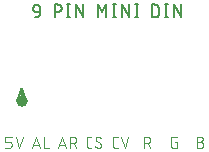
<source format=gbr>
G04 EAGLE Gerber RS-274X export*
G75*
%MOMM*%
%FSLAX34Y34*%
%LPD*%
%INSilkscreen Top*%
%IPPOS*%
%AMOC8*
5,1,8,0,0,1.08239X$1,22.5*%
G01*
%ADD10C,0.076200*%
%ADD11C,0.177800*%
%ADD12C,1.000000*%
%ADD13C,0.206400*%
%ADD14C,0.200000*%


D10*
X8806Y34131D02*
X11939Y34131D01*
X12028Y34133D01*
X12116Y34139D01*
X12204Y34148D01*
X12292Y34161D01*
X12379Y34178D01*
X12465Y34198D01*
X12550Y34223D01*
X12635Y34250D01*
X12718Y34282D01*
X12799Y34316D01*
X12879Y34355D01*
X12957Y34396D01*
X13034Y34441D01*
X13108Y34489D01*
X13181Y34540D01*
X13251Y34594D01*
X13318Y34652D01*
X13384Y34712D01*
X13446Y34774D01*
X13506Y34840D01*
X13564Y34907D01*
X13618Y34977D01*
X13669Y35050D01*
X13717Y35124D01*
X13762Y35201D01*
X13803Y35279D01*
X13842Y35359D01*
X13876Y35440D01*
X13908Y35523D01*
X13935Y35608D01*
X13960Y35693D01*
X13980Y35779D01*
X13997Y35866D01*
X14010Y35954D01*
X14019Y36042D01*
X14025Y36130D01*
X14027Y36219D01*
X14028Y36219D02*
X14028Y37264D01*
X14027Y37264D02*
X14025Y37353D01*
X14019Y37441D01*
X14010Y37529D01*
X13997Y37617D01*
X13980Y37704D01*
X13960Y37790D01*
X13935Y37875D01*
X13908Y37960D01*
X13876Y38043D01*
X13842Y38124D01*
X13803Y38204D01*
X13762Y38282D01*
X13717Y38359D01*
X13669Y38433D01*
X13618Y38506D01*
X13564Y38576D01*
X13506Y38643D01*
X13446Y38709D01*
X13384Y38771D01*
X13318Y38831D01*
X13251Y38889D01*
X13181Y38943D01*
X13108Y38994D01*
X13034Y39042D01*
X12957Y39087D01*
X12879Y39128D01*
X12799Y39167D01*
X12718Y39201D01*
X12635Y39233D01*
X12550Y39260D01*
X12465Y39285D01*
X12379Y39305D01*
X12292Y39322D01*
X12204Y39335D01*
X12116Y39344D01*
X12028Y39350D01*
X11939Y39352D01*
X8806Y39352D01*
X8806Y43529D01*
X14028Y43529D01*
X17428Y43529D02*
X20561Y34131D01*
X23694Y43529D01*
X34800Y43529D02*
X31667Y34131D01*
X37933Y34131D02*
X34800Y43529D01*
X37150Y36481D02*
X32451Y36481D01*
X41656Y34131D02*
X41656Y43529D01*
X41656Y34131D02*
X45833Y34131D01*
X79557Y34131D02*
X81646Y34131D01*
X79557Y34131D02*
X79468Y34133D01*
X79380Y34139D01*
X79292Y34148D01*
X79204Y34161D01*
X79117Y34178D01*
X79031Y34198D01*
X78946Y34223D01*
X78861Y34250D01*
X78778Y34282D01*
X78697Y34316D01*
X78617Y34355D01*
X78539Y34396D01*
X78462Y34441D01*
X78388Y34489D01*
X78315Y34540D01*
X78245Y34594D01*
X78178Y34652D01*
X78112Y34712D01*
X78050Y34774D01*
X77990Y34840D01*
X77932Y34907D01*
X77878Y34977D01*
X77827Y35050D01*
X77779Y35124D01*
X77734Y35201D01*
X77693Y35279D01*
X77654Y35359D01*
X77620Y35440D01*
X77588Y35523D01*
X77561Y35608D01*
X77536Y35693D01*
X77516Y35779D01*
X77499Y35866D01*
X77486Y35954D01*
X77477Y36042D01*
X77471Y36130D01*
X77469Y36219D01*
X77469Y41441D01*
X77470Y41441D02*
X77472Y41532D01*
X77478Y41623D01*
X77488Y41714D01*
X77502Y41804D01*
X77519Y41893D01*
X77541Y41981D01*
X77567Y42069D01*
X77596Y42155D01*
X77629Y42240D01*
X77666Y42323D01*
X77706Y42405D01*
X77750Y42485D01*
X77797Y42563D01*
X77848Y42639D01*
X77901Y42712D01*
X77958Y42783D01*
X78019Y42852D01*
X78082Y42917D01*
X78147Y42980D01*
X78216Y43040D01*
X78287Y43098D01*
X78360Y43151D01*
X78436Y43202D01*
X78514Y43249D01*
X78594Y43293D01*
X78676Y43333D01*
X78759Y43370D01*
X78844Y43403D01*
X78930Y43432D01*
X79018Y43458D01*
X79106Y43480D01*
X79195Y43497D01*
X79285Y43511D01*
X79376Y43521D01*
X79467Y43527D01*
X79558Y43529D01*
X79557Y43529D02*
X81646Y43529D01*
X90031Y36219D02*
X90029Y36130D01*
X90023Y36042D01*
X90014Y35954D01*
X90001Y35866D01*
X89984Y35779D01*
X89964Y35693D01*
X89939Y35608D01*
X89912Y35523D01*
X89880Y35440D01*
X89846Y35359D01*
X89807Y35279D01*
X89766Y35201D01*
X89721Y35124D01*
X89673Y35050D01*
X89622Y34977D01*
X89568Y34907D01*
X89510Y34840D01*
X89450Y34774D01*
X89388Y34712D01*
X89322Y34652D01*
X89255Y34594D01*
X89185Y34540D01*
X89112Y34489D01*
X89038Y34441D01*
X88961Y34396D01*
X88883Y34355D01*
X88803Y34316D01*
X88722Y34282D01*
X88639Y34250D01*
X88554Y34223D01*
X88469Y34198D01*
X88383Y34178D01*
X88296Y34161D01*
X88208Y34148D01*
X88120Y34139D01*
X88032Y34133D01*
X87943Y34131D01*
X87814Y34133D01*
X87685Y34139D01*
X87556Y34148D01*
X87428Y34161D01*
X87300Y34178D01*
X87173Y34199D01*
X87046Y34223D01*
X86920Y34251D01*
X86795Y34283D01*
X86671Y34318D01*
X86548Y34357D01*
X86426Y34400D01*
X86306Y34446D01*
X86187Y34496D01*
X86069Y34549D01*
X85953Y34605D01*
X85839Y34665D01*
X85726Y34728D01*
X85616Y34795D01*
X85507Y34864D01*
X85401Y34937D01*
X85296Y35013D01*
X85194Y35092D01*
X85095Y35174D01*
X84997Y35258D01*
X84902Y35346D01*
X84810Y35436D01*
X85071Y41441D02*
X85073Y41530D01*
X85079Y41618D01*
X85088Y41706D01*
X85101Y41794D01*
X85118Y41881D01*
X85138Y41967D01*
X85163Y42052D01*
X85190Y42137D01*
X85222Y42220D01*
X85256Y42301D01*
X85295Y42381D01*
X85336Y42459D01*
X85381Y42536D01*
X85429Y42610D01*
X85480Y42683D01*
X85534Y42753D01*
X85592Y42820D01*
X85652Y42886D01*
X85714Y42948D01*
X85780Y43008D01*
X85847Y43066D01*
X85917Y43120D01*
X85990Y43171D01*
X86064Y43219D01*
X86141Y43264D01*
X86219Y43305D01*
X86299Y43344D01*
X86380Y43378D01*
X86463Y43410D01*
X86548Y43437D01*
X86633Y43462D01*
X86719Y43482D01*
X86806Y43499D01*
X86894Y43512D01*
X86982Y43521D01*
X87070Y43527D01*
X87159Y43529D01*
X87279Y43527D01*
X87399Y43522D01*
X87519Y43512D01*
X87638Y43500D01*
X87757Y43483D01*
X87875Y43463D01*
X87993Y43439D01*
X88109Y43412D01*
X88225Y43381D01*
X88340Y43347D01*
X88454Y43309D01*
X88567Y43267D01*
X88678Y43222D01*
X88788Y43174D01*
X88896Y43123D01*
X89003Y43068D01*
X89108Y43010D01*
X89211Y42948D01*
X89312Y42884D01*
X89412Y42816D01*
X89509Y42746D01*
X86115Y39614D02*
X86037Y39662D01*
X85961Y39714D01*
X85888Y39768D01*
X85817Y39826D01*
X85748Y39887D01*
X85682Y39951D01*
X85619Y40018D01*
X85559Y40087D01*
X85502Y40159D01*
X85448Y40233D01*
X85398Y40310D01*
X85350Y40389D01*
X85307Y40469D01*
X85266Y40552D01*
X85230Y40636D01*
X85197Y40721D01*
X85168Y40808D01*
X85142Y40897D01*
X85120Y40986D01*
X85103Y41076D01*
X85089Y41166D01*
X85079Y41258D01*
X85073Y41349D01*
X85071Y41441D01*
X88987Y38046D02*
X89065Y37998D01*
X89141Y37946D01*
X89214Y37892D01*
X89285Y37834D01*
X89354Y37773D01*
X89420Y37709D01*
X89483Y37642D01*
X89543Y37573D01*
X89600Y37501D01*
X89654Y37427D01*
X89704Y37350D01*
X89752Y37271D01*
X89795Y37191D01*
X89836Y37108D01*
X89872Y37024D01*
X89905Y36939D01*
X89934Y36852D01*
X89960Y36763D01*
X89982Y36674D01*
X89999Y36584D01*
X90013Y36494D01*
X90023Y36402D01*
X90029Y36311D01*
X90031Y36219D01*
X88987Y38047D02*
X86115Y39613D01*
X101644Y34131D02*
X103732Y34131D01*
X101644Y34131D02*
X101555Y34133D01*
X101467Y34139D01*
X101379Y34148D01*
X101291Y34161D01*
X101204Y34178D01*
X101118Y34198D01*
X101033Y34223D01*
X100948Y34250D01*
X100865Y34282D01*
X100784Y34316D01*
X100704Y34355D01*
X100626Y34396D01*
X100549Y34441D01*
X100475Y34489D01*
X100402Y34540D01*
X100332Y34594D01*
X100265Y34652D01*
X100199Y34712D01*
X100137Y34774D01*
X100077Y34840D01*
X100019Y34907D01*
X99965Y34977D01*
X99914Y35050D01*
X99866Y35124D01*
X99821Y35201D01*
X99780Y35279D01*
X99741Y35359D01*
X99707Y35440D01*
X99675Y35523D01*
X99648Y35608D01*
X99623Y35693D01*
X99603Y35779D01*
X99586Y35866D01*
X99573Y35954D01*
X99564Y36042D01*
X99558Y36130D01*
X99556Y36219D01*
X99556Y41441D01*
X99558Y41532D01*
X99564Y41623D01*
X99574Y41714D01*
X99588Y41804D01*
X99605Y41893D01*
X99627Y41981D01*
X99653Y42069D01*
X99682Y42155D01*
X99715Y42240D01*
X99752Y42323D01*
X99792Y42405D01*
X99836Y42485D01*
X99883Y42563D01*
X99934Y42639D01*
X99987Y42712D01*
X100044Y42783D01*
X100105Y42852D01*
X100168Y42917D01*
X100233Y42980D01*
X100302Y43040D01*
X100373Y43098D01*
X100446Y43151D01*
X100522Y43202D01*
X100600Y43249D01*
X100680Y43293D01*
X100762Y43333D01*
X100845Y43370D01*
X100930Y43403D01*
X101016Y43432D01*
X101104Y43458D01*
X101192Y43480D01*
X101281Y43497D01*
X101371Y43511D01*
X101462Y43521D01*
X101553Y43527D01*
X101644Y43529D01*
X103732Y43529D01*
X106679Y43529D02*
X109812Y34131D01*
X112944Y43529D01*
X126139Y43529D02*
X126139Y34131D01*
X126139Y43529D02*
X128750Y43529D01*
X128851Y43527D01*
X128952Y43521D01*
X129053Y43511D01*
X129153Y43498D01*
X129253Y43480D01*
X129352Y43459D01*
X129450Y43433D01*
X129547Y43404D01*
X129643Y43372D01*
X129737Y43335D01*
X129830Y43295D01*
X129922Y43251D01*
X130011Y43204D01*
X130099Y43153D01*
X130185Y43099D01*
X130268Y43042D01*
X130350Y42982D01*
X130428Y42918D01*
X130505Y42852D01*
X130578Y42782D01*
X130649Y42710D01*
X130717Y42635D01*
X130782Y42557D01*
X130844Y42477D01*
X130903Y42395D01*
X130959Y42310D01*
X131011Y42223D01*
X131060Y42135D01*
X131106Y42044D01*
X131147Y41952D01*
X131186Y41858D01*
X131220Y41763D01*
X131251Y41667D01*
X131278Y41569D01*
X131302Y41471D01*
X131321Y41371D01*
X131337Y41271D01*
X131349Y41171D01*
X131357Y41070D01*
X131361Y40969D01*
X131361Y40867D01*
X131357Y40766D01*
X131349Y40665D01*
X131337Y40565D01*
X131321Y40465D01*
X131302Y40365D01*
X131278Y40267D01*
X131251Y40169D01*
X131220Y40073D01*
X131186Y39978D01*
X131147Y39884D01*
X131106Y39792D01*
X131060Y39701D01*
X131011Y39612D01*
X130959Y39526D01*
X130903Y39441D01*
X130844Y39359D01*
X130782Y39279D01*
X130717Y39201D01*
X130649Y39126D01*
X130578Y39054D01*
X130505Y38984D01*
X130428Y38918D01*
X130350Y38854D01*
X130268Y38794D01*
X130185Y38737D01*
X130099Y38683D01*
X130011Y38632D01*
X129922Y38585D01*
X129830Y38541D01*
X129737Y38501D01*
X129643Y38464D01*
X129547Y38432D01*
X129450Y38403D01*
X129352Y38377D01*
X129253Y38356D01*
X129153Y38338D01*
X129053Y38325D01*
X128952Y38315D01*
X128851Y38309D01*
X128750Y38307D01*
X128750Y38308D02*
X126139Y38308D01*
X129272Y38308D02*
X131361Y34131D01*
X152294Y39352D02*
X153861Y39352D01*
X153861Y34131D01*
X150728Y34131D01*
X150639Y34133D01*
X150551Y34139D01*
X150463Y34148D01*
X150375Y34161D01*
X150288Y34178D01*
X150202Y34198D01*
X150117Y34223D01*
X150032Y34250D01*
X149949Y34282D01*
X149868Y34316D01*
X149788Y34355D01*
X149710Y34396D01*
X149633Y34441D01*
X149559Y34489D01*
X149486Y34540D01*
X149416Y34594D01*
X149349Y34652D01*
X149283Y34712D01*
X149221Y34774D01*
X149161Y34840D01*
X149103Y34907D01*
X149049Y34977D01*
X148998Y35050D01*
X148950Y35124D01*
X148905Y35201D01*
X148864Y35279D01*
X148825Y35359D01*
X148791Y35440D01*
X148759Y35523D01*
X148732Y35608D01*
X148707Y35693D01*
X148687Y35779D01*
X148670Y35866D01*
X148657Y35954D01*
X148648Y36042D01*
X148642Y36130D01*
X148640Y36219D01*
X148639Y36219D02*
X148639Y41441D01*
X148640Y41441D02*
X148642Y41532D01*
X148648Y41623D01*
X148658Y41714D01*
X148672Y41804D01*
X148689Y41893D01*
X148711Y41981D01*
X148737Y42069D01*
X148766Y42155D01*
X148799Y42240D01*
X148836Y42323D01*
X148876Y42405D01*
X148920Y42485D01*
X148967Y42563D01*
X149018Y42639D01*
X149071Y42712D01*
X149128Y42783D01*
X149189Y42852D01*
X149252Y42917D01*
X149317Y42980D01*
X149386Y43040D01*
X149457Y43098D01*
X149530Y43151D01*
X149606Y43202D01*
X149684Y43249D01*
X149764Y43293D01*
X149846Y43333D01*
X149929Y43370D01*
X150014Y43403D01*
X150100Y43432D01*
X150188Y43458D01*
X150276Y43480D01*
X150365Y43497D01*
X150455Y43511D01*
X150546Y43521D01*
X150637Y43527D01*
X150728Y43529D01*
X153861Y43529D01*
X171139Y39352D02*
X173750Y39352D01*
X173750Y39353D02*
X173851Y39351D01*
X173952Y39345D01*
X174053Y39335D01*
X174153Y39322D01*
X174253Y39304D01*
X174352Y39283D01*
X174450Y39257D01*
X174547Y39228D01*
X174643Y39196D01*
X174737Y39159D01*
X174830Y39119D01*
X174922Y39075D01*
X175011Y39028D01*
X175099Y38977D01*
X175185Y38923D01*
X175268Y38866D01*
X175350Y38806D01*
X175428Y38742D01*
X175505Y38676D01*
X175578Y38606D01*
X175649Y38534D01*
X175717Y38459D01*
X175782Y38381D01*
X175844Y38301D01*
X175903Y38219D01*
X175959Y38134D01*
X176011Y38047D01*
X176060Y37959D01*
X176106Y37868D01*
X176147Y37776D01*
X176186Y37682D01*
X176220Y37587D01*
X176251Y37491D01*
X176278Y37393D01*
X176302Y37295D01*
X176321Y37195D01*
X176337Y37095D01*
X176349Y36995D01*
X176357Y36894D01*
X176361Y36793D01*
X176361Y36691D01*
X176357Y36590D01*
X176349Y36489D01*
X176337Y36389D01*
X176321Y36289D01*
X176302Y36189D01*
X176278Y36091D01*
X176251Y35993D01*
X176220Y35897D01*
X176186Y35802D01*
X176147Y35708D01*
X176106Y35616D01*
X176060Y35525D01*
X176011Y35436D01*
X175959Y35350D01*
X175903Y35265D01*
X175844Y35183D01*
X175782Y35103D01*
X175717Y35025D01*
X175649Y34950D01*
X175578Y34878D01*
X175505Y34808D01*
X175428Y34742D01*
X175350Y34678D01*
X175268Y34618D01*
X175185Y34561D01*
X175099Y34507D01*
X175011Y34456D01*
X174922Y34409D01*
X174830Y34365D01*
X174737Y34325D01*
X174643Y34288D01*
X174547Y34256D01*
X174450Y34227D01*
X174352Y34201D01*
X174253Y34180D01*
X174153Y34162D01*
X174053Y34149D01*
X173952Y34139D01*
X173851Y34133D01*
X173750Y34131D01*
X171139Y34131D01*
X171139Y43529D01*
X173750Y43529D01*
X173840Y43527D01*
X173929Y43521D01*
X174019Y43512D01*
X174108Y43498D01*
X174196Y43481D01*
X174283Y43460D01*
X174370Y43435D01*
X174455Y43406D01*
X174539Y43374D01*
X174621Y43339D01*
X174702Y43299D01*
X174781Y43257D01*
X174858Y43211D01*
X174933Y43161D01*
X175006Y43109D01*
X175077Y43053D01*
X175145Y42995D01*
X175210Y42933D01*
X175273Y42869D01*
X175333Y42802D01*
X175390Y42733D01*
X175444Y42661D01*
X175495Y42587D01*
X175543Y42511D01*
X175587Y42433D01*
X175628Y42353D01*
X175666Y42271D01*
X175700Y42188D01*
X175730Y42103D01*
X175757Y42017D01*
X175780Y41931D01*
X175799Y41843D01*
X175814Y41754D01*
X175826Y41665D01*
X175834Y41576D01*
X175838Y41486D01*
X175838Y41396D01*
X175834Y41306D01*
X175826Y41217D01*
X175814Y41128D01*
X175799Y41039D01*
X175780Y40951D01*
X175757Y40865D01*
X175730Y40779D01*
X175700Y40694D01*
X175666Y40611D01*
X175628Y40529D01*
X175587Y40449D01*
X175543Y40371D01*
X175495Y40295D01*
X175444Y40221D01*
X175390Y40149D01*
X175333Y40080D01*
X175273Y40013D01*
X175210Y39949D01*
X175145Y39887D01*
X175077Y39829D01*
X175006Y39773D01*
X174933Y39721D01*
X174858Y39671D01*
X174781Y39625D01*
X174702Y39583D01*
X174621Y39543D01*
X174539Y39508D01*
X174455Y39476D01*
X174370Y39447D01*
X174283Y39422D01*
X174196Y39401D01*
X174108Y39384D01*
X174019Y39370D01*
X173929Y39361D01*
X173840Y39355D01*
X173750Y39353D01*
D11*
X38408Y149493D02*
X34767Y149493D01*
X34669Y149495D01*
X34572Y149501D01*
X34474Y149511D01*
X34378Y149524D01*
X34282Y149542D01*
X34186Y149564D01*
X34092Y149589D01*
X33998Y149618D01*
X33906Y149651D01*
X33816Y149687D01*
X33727Y149727D01*
X33639Y149771D01*
X33553Y149818D01*
X33470Y149869D01*
X33388Y149923D01*
X33309Y149980D01*
X33232Y150040D01*
X33158Y150103D01*
X33086Y150170D01*
X33017Y150239D01*
X32950Y150311D01*
X32887Y150385D01*
X32827Y150462D01*
X32770Y150541D01*
X32716Y150623D01*
X32665Y150707D01*
X32618Y150792D01*
X32574Y150880D01*
X32534Y150969D01*
X32498Y151059D01*
X32465Y151151D01*
X32436Y151245D01*
X32411Y151339D01*
X32389Y151435D01*
X32371Y151531D01*
X32358Y151627D01*
X32348Y151725D01*
X32342Y151822D01*
X32340Y151920D01*
X32340Y152527D01*
X32342Y152635D01*
X32348Y152743D01*
X32357Y152851D01*
X32371Y152959D01*
X32388Y153066D01*
X32409Y153172D01*
X32434Y153277D01*
X32463Y153382D01*
X32495Y153485D01*
X32531Y153587D01*
X32571Y153688D01*
X32614Y153787D01*
X32661Y153885D01*
X32711Y153981D01*
X32765Y154075D01*
X32822Y154167D01*
X32882Y154257D01*
X32945Y154345D01*
X33012Y154431D01*
X33081Y154514D01*
X33153Y154594D01*
X33229Y154672D01*
X33307Y154748D01*
X33387Y154820D01*
X33470Y154889D01*
X33556Y154956D01*
X33644Y155019D01*
X33734Y155079D01*
X33826Y155136D01*
X33920Y155190D01*
X34016Y155240D01*
X34114Y155287D01*
X34213Y155330D01*
X34314Y155370D01*
X34416Y155406D01*
X34519Y155438D01*
X34624Y155467D01*
X34729Y155492D01*
X34835Y155513D01*
X34942Y155530D01*
X35050Y155544D01*
X35158Y155553D01*
X35266Y155559D01*
X35374Y155561D01*
X35482Y155559D01*
X35590Y155553D01*
X35698Y155544D01*
X35806Y155530D01*
X35913Y155513D01*
X36019Y155492D01*
X36124Y155467D01*
X36229Y155438D01*
X36332Y155406D01*
X36434Y155370D01*
X36535Y155330D01*
X36634Y155287D01*
X36732Y155240D01*
X36828Y155190D01*
X36922Y155136D01*
X37014Y155079D01*
X37104Y155019D01*
X37192Y154956D01*
X37278Y154889D01*
X37361Y154820D01*
X37441Y154748D01*
X37519Y154672D01*
X37595Y154594D01*
X37667Y154514D01*
X37736Y154431D01*
X37803Y154345D01*
X37866Y154257D01*
X37926Y154167D01*
X37983Y154075D01*
X38037Y153981D01*
X38087Y153885D01*
X38134Y153787D01*
X38177Y153688D01*
X38217Y153587D01*
X38253Y153485D01*
X38285Y153382D01*
X38314Y153277D01*
X38339Y153172D01*
X38360Y153066D01*
X38377Y152959D01*
X38391Y152851D01*
X38400Y152743D01*
X38406Y152635D01*
X38408Y152527D01*
X38408Y149493D01*
X38407Y149493D02*
X38405Y149354D01*
X38399Y149216D01*
X38389Y149078D01*
X38375Y148940D01*
X38358Y148802D01*
X38336Y148665D01*
X38310Y148529D01*
X38281Y148394D01*
X38248Y148259D01*
X38210Y148125D01*
X38169Y147993D01*
X38125Y147862D01*
X38076Y147732D01*
X38024Y147603D01*
X37968Y147477D01*
X37909Y147351D01*
X37846Y147228D01*
X37780Y147106D01*
X37710Y146986D01*
X37636Y146869D01*
X37560Y146753D01*
X37480Y146640D01*
X37397Y146529D01*
X37311Y146420D01*
X37221Y146314D01*
X37129Y146211D01*
X37034Y146110D01*
X36936Y146012D01*
X36835Y145917D01*
X36732Y145825D01*
X36626Y145735D01*
X36517Y145649D01*
X36406Y145566D01*
X36293Y145486D01*
X36177Y145410D01*
X36060Y145336D01*
X35940Y145266D01*
X35818Y145200D01*
X35695Y145137D01*
X35569Y145078D01*
X35443Y145022D01*
X35314Y144970D01*
X35184Y144921D01*
X35053Y144877D01*
X34921Y144836D01*
X34787Y144798D01*
X34652Y144765D01*
X34517Y144736D01*
X34381Y144710D01*
X34244Y144688D01*
X34106Y144671D01*
X33968Y144657D01*
X33830Y144647D01*
X33692Y144641D01*
X33553Y144639D01*
X50480Y144639D02*
X50480Y155561D01*
X53513Y155561D01*
X53621Y155559D01*
X53729Y155553D01*
X53837Y155544D01*
X53945Y155530D01*
X54052Y155513D01*
X54158Y155492D01*
X54263Y155467D01*
X54368Y155438D01*
X54471Y155406D01*
X54573Y155370D01*
X54674Y155330D01*
X54773Y155287D01*
X54871Y155240D01*
X54967Y155190D01*
X55061Y155136D01*
X55153Y155079D01*
X55243Y155019D01*
X55331Y154956D01*
X55417Y154889D01*
X55500Y154820D01*
X55580Y154748D01*
X55658Y154672D01*
X55734Y154594D01*
X55806Y154514D01*
X55875Y154431D01*
X55942Y154345D01*
X56005Y154257D01*
X56065Y154167D01*
X56122Y154075D01*
X56176Y153981D01*
X56226Y153885D01*
X56273Y153787D01*
X56316Y153688D01*
X56356Y153587D01*
X56392Y153485D01*
X56424Y153382D01*
X56453Y153277D01*
X56478Y153172D01*
X56499Y153066D01*
X56516Y152959D01*
X56530Y152851D01*
X56539Y152743D01*
X56545Y152635D01*
X56547Y152527D01*
X56545Y152419D01*
X56539Y152311D01*
X56530Y152203D01*
X56516Y152095D01*
X56499Y151988D01*
X56478Y151882D01*
X56453Y151777D01*
X56424Y151672D01*
X56392Y151569D01*
X56356Y151467D01*
X56316Y151366D01*
X56273Y151267D01*
X56226Y151169D01*
X56176Y151073D01*
X56122Y150979D01*
X56065Y150887D01*
X56005Y150797D01*
X55942Y150709D01*
X55875Y150623D01*
X55806Y150540D01*
X55734Y150460D01*
X55658Y150382D01*
X55580Y150306D01*
X55500Y150234D01*
X55417Y150165D01*
X55331Y150098D01*
X55243Y150035D01*
X55153Y149975D01*
X55061Y149918D01*
X54967Y149864D01*
X54871Y149814D01*
X54773Y149767D01*
X54674Y149724D01*
X54573Y149684D01*
X54471Y149648D01*
X54368Y149616D01*
X54263Y149587D01*
X54158Y149562D01*
X54052Y149541D01*
X53945Y149524D01*
X53837Y149510D01*
X53729Y149501D01*
X53621Y149495D01*
X53513Y149493D01*
X50480Y149493D01*
X62044Y144639D02*
X62044Y155561D01*
X60830Y144639D02*
X63257Y144639D01*
X63257Y155561D02*
X60830Y155561D01*
X68535Y155561D02*
X68535Y144639D01*
X74602Y144639D02*
X68535Y155561D01*
X74602Y155561D02*
X74602Y144639D01*
X86978Y144639D02*
X86978Y155561D01*
X90619Y149493D01*
X94259Y155561D01*
X94259Y144639D01*
X100905Y144639D02*
X100905Y155561D01*
X99692Y144639D02*
X102119Y144639D01*
X102119Y155561D02*
X99692Y155561D01*
X107397Y155561D02*
X107397Y144639D01*
X113464Y144639D02*
X107397Y155561D01*
X113464Y155561D02*
X113464Y144639D01*
X119955Y144639D02*
X119955Y155561D01*
X118742Y144639D02*
X121169Y144639D01*
X121169Y155561D02*
X118742Y155561D01*
X132543Y155561D02*
X132543Y144639D01*
X132543Y155561D02*
X135576Y155561D01*
X135684Y155559D01*
X135792Y155553D01*
X135900Y155544D01*
X136008Y155530D01*
X136115Y155513D01*
X136221Y155492D01*
X136326Y155467D01*
X136431Y155438D01*
X136534Y155406D01*
X136636Y155370D01*
X136737Y155330D01*
X136836Y155287D01*
X136934Y155240D01*
X137030Y155190D01*
X137124Y155136D01*
X137216Y155079D01*
X137306Y155019D01*
X137394Y154956D01*
X137480Y154889D01*
X137563Y154820D01*
X137643Y154748D01*
X137721Y154672D01*
X137797Y154594D01*
X137869Y154514D01*
X137938Y154431D01*
X138005Y154345D01*
X138068Y154257D01*
X138128Y154167D01*
X138185Y154075D01*
X138239Y153981D01*
X138289Y153885D01*
X138336Y153787D01*
X138379Y153688D01*
X138419Y153587D01*
X138455Y153485D01*
X138487Y153382D01*
X138516Y153277D01*
X138541Y153172D01*
X138562Y153066D01*
X138579Y152959D01*
X138593Y152851D01*
X138602Y152743D01*
X138608Y152635D01*
X138610Y152527D01*
X138610Y147673D01*
X138608Y147565D01*
X138602Y147457D01*
X138593Y147349D01*
X138579Y147241D01*
X138562Y147134D01*
X138541Y147028D01*
X138516Y146923D01*
X138487Y146818D01*
X138455Y146715D01*
X138419Y146613D01*
X138379Y146512D01*
X138336Y146413D01*
X138289Y146315D01*
X138239Y146219D01*
X138185Y146125D01*
X138128Y146033D01*
X138068Y145943D01*
X138005Y145855D01*
X137938Y145769D01*
X137869Y145686D01*
X137797Y145606D01*
X137721Y145528D01*
X137643Y145452D01*
X137563Y145380D01*
X137480Y145311D01*
X137394Y145244D01*
X137306Y145181D01*
X137216Y145121D01*
X137124Y145064D01*
X137030Y145010D01*
X136934Y144960D01*
X136836Y144913D01*
X136737Y144870D01*
X136636Y144830D01*
X136534Y144794D01*
X136431Y144762D01*
X136326Y144733D01*
X136221Y144708D01*
X136115Y144687D01*
X136008Y144670D01*
X135900Y144656D01*
X135792Y144647D01*
X135684Y144641D01*
X135576Y144639D01*
X132543Y144639D01*
X145101Y144639D02*
X145101Y155561D01*
X143888Y144639D02*
X146315Y144639D01*
X146315Y155561D02*
X143888Y155561D01*
X151593Y155561D02*
X151593Y144639D01*
X157660Y144639D02*
X151593Y155561D01*
X157660Y155561D02*
X157660Y144639D01*
D10*
X56758Y43529D02*
X53626Y34131D01*
X59891Y34131D02*
X56758Y43529D01*
X59108Y36481D02*
X54409Y36481D01*
X63653Y34131D02*
X63653Y43529D01*
X66264Y43529D01*
X66365Y43527D01*
X66466Y43521D01*
X66567Y43511D01*
X66667Y43498D01*
X66767Y43480D01*
X66866Y43459D01*
X66964Y43433D01*
X67061Y43404D01*
X67157Y43372D01*
X67251Y43335D01*
X67344Y43295D01*
X67436Y43251D01*
X67525Y43204D01*
X67613Y43153D01*
X67699Y43099D01*
X67782Y43042D01*
X67864Y42982D01*
X67942Y42918D01*
X68019Y42852D01*
X68092Y42782D01*
X68163Y42710D01*
X68231Y42635D01*
X68296Y42557D01*
X68358Y42477D01*
X68417Y42395D01*
X68473Y42310D01*
X68525Y42223D01*
X68574Y42135D01*
X68620Y42044D01*
X68661Y41952D01*
X68700Y41858D01*
X68734Y41763D01*
X68765Y41667D01*
X68792Y41569D01*
X68816Y41471D01*
X68835Y41371D01*
X68851Y41271D01*
X68863Y41171D01*
X68871Y41070D01*
X68875Y40969D01*
X68875Y40867D01*
X68871Y40766D01*
X68863Y40665D01*
X68851Y40565D01*
X68835Y40465D01*
X68816Y40365D01*
X68792Y40267D01*
X68765Y40169D01*
X68734Y40073D01*
X68700Y39978D01*
X68661Y39884D01*
X68620Y39792D01*
X68574Y39701D01*
X68525Y39612D01*
X68473Y39526D01*
X68417Y39441D01*
X68358Y39359D01*
X68296Y39279D01*
X68231Y39201D01*
X68163Y39126D01*
X68092Y39054D01*
X68019Y38984D01*
X67942Y38918D01*
X67864Y38854D01*
X67782Y38794D01*
X67699Y38737D01*
X67613Y38683D01*
X67525Y38632D01*
X67436Y38585D01*
X67344Y38541D01*
X67251Y38501D01*
X67157Y38464D01*
X67061Y38432D01*
X66964Y38403D01*
X66866Y38377D01*
X66767Y38356D01*
X66667Y38338D01*
X66567Y38325D01*
X66466Y38315D01*
X66365Y38309D01*
X66264Y38307D01*
X66264Y38308D02*
X63653Y38308D01*
X66786Y38308D02*
X68875Y34131D01*
D12*
X22500Y73750D03*
D13*
X18749Y75000D02*
X19197Y75865D01*
X19624Y76740D01*
X20030Y77625D01*
X20415Y78519D01*
X20779Y79422D01*
X21120Y80334D01*
X21440Y81254D01*
X21739Y82180D01*
X22015Y83114D01*
X22268Y84054D01*
X22499Y85000D01*
D14*
X22501Y85000D02*
X22732Y84054D01*
X22985Y83114D01*
X23261Y82180D01*
X23560Y81254D01*
X23880Y80334D01*
X24221Y79422D01*
X24585Y78519D01*
X24970Y77625D01*
X25376Y76740D01*
X25803Y75865D01*
X26251Y75000D01*
X26250Y75000D02*
X18750Y75000D01*
X22500Y77500D02*
X22500Y81250D01*
M02*

</source>
